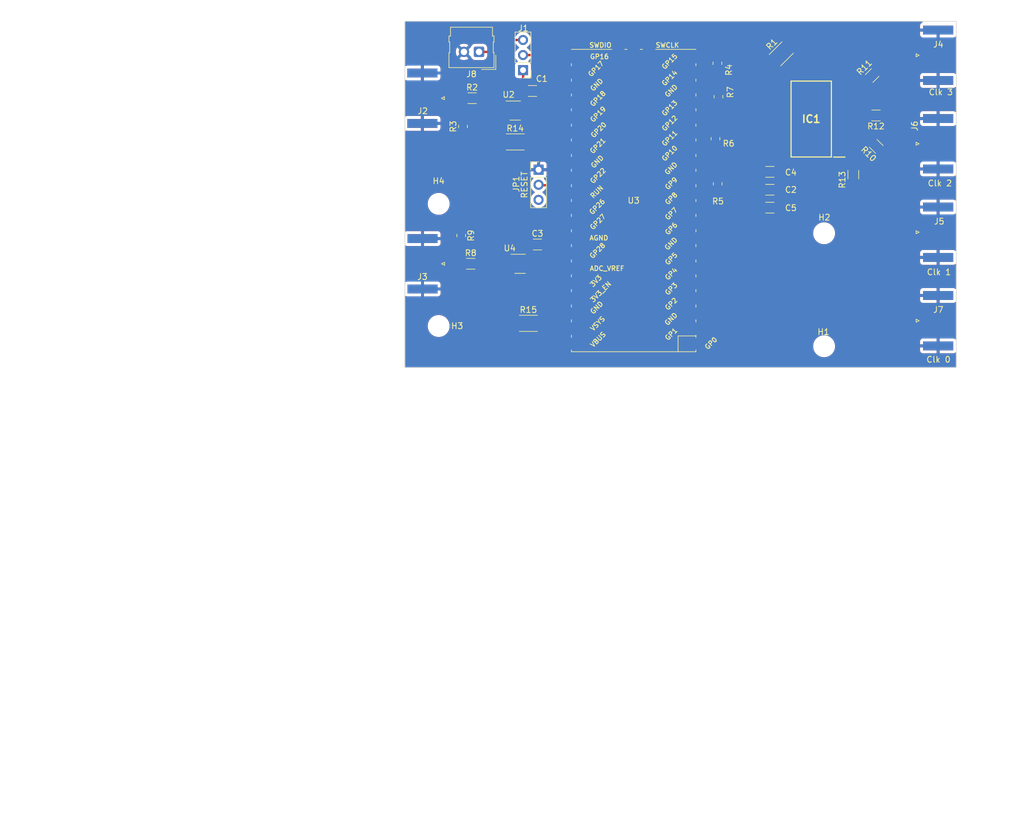
<source format=kicad_pcb>
(kicad_pcb (version 20221018) (generator pcbnew)
  (layers (0 "F.Cu" signal) (31 "B.Cu" signal) (34 "B.Paste" user) (35 "F.Paste" user) (36 "B.SilkS" user "B.Silkscreen") (37 "F.SilkS" user "F.Silkscreen") (38 "B.Mask" user) (39 "F.Mask" user) (44 "Edge.Cuts" user))
  (net 0 "")
  (net 1 "3_3V_Pico")
  (net 2 "GND")
  (net 3 "Net-(IC1-B0)")
  (net 4 "Net-(IC1-B2)")
  (net 5 "Net-(IC1-B4)")
  (net 6 "Net-(IC1-B6)")
  (net 7 "Net-(IC1-A6)")
  (net 8 "Net-(IC1-A4)")
  (net 9 "Net-(IC1-A2)")
  (net 10 "Net-(IC1-A0)")
  (net 11 "Net-(J2-In)")
  (net 12 "Net-(J3-In)")
  (net 13 "PC3")
  (net 14 "PC1")
  (net 15 "PC2")
  (net 16 "PC0")
  (net 18 "Net-(R2-Pad2)")
  (net 19 "Net-(R8-Pad2)")
  (net 21 "Net-(U3-GPIO20)")
  (net 46 "Net-(U3-GPIO0)")
  (net 49 "Net-(JP1-C)")
  (net 51 "Power Supply")
  (net 52 "EXT. PWR")
  (footprint "Connector_Coaxial:SMA_Amphenol_132289_EdgeMount" (layer "F.Cu") (at 176.9752 107.6444)
    (fp_text reference "J7" (at 0.0388 -1.8472 180) (layer "F.SilkS"))
    (fp_text value "Pseudoclock 0")
    (pad "1" smd rect (at 0 0 90) (size 1.5 5.08) (layers "F.Cu" "F.Paste" "F.Mask") (net 16 "PC0"))
    (pad "2" smd rect (at 0 -4.25 90) (size 1.5 5.08) (layers "F.Cu" "F.Paste" "F.Mask") (net 2 "GND"))
    (pad "2" smd rect (at 0 -4.25 90) (size 1.5 5.08) (layers "B.Cu" "B.Paste" "B.Mask") (net 2 "GND"))
    (pad "2" smd rect (at 0 4.25 90) (size 1.5 5.08) (layers "F.Cu" "F.Paste" "F.Mask") (net 2 "GND"))
    (pad "2" smd rect (at 0 4.25 90) (size 1.5 5.08) (layers "B.Cu" "B.Paste" "B.Mask") (net 2 "GND"))
  )
  (footprint "Resistor_SMD:R_0805_2012Metric_Pad1.20x1.40mm_HandSolder" (layer "F.Cu") (at 96.5468 93.2888 -90)
    (fp_text reference "R9" (at 0 -1.65 90) (layer "F.SilkS"))
    (fp_text value "47k")
    (pad "1" smd roundrect (at -1 0 270) (size 1.2 1.4) (layers "F.Cu" "F.Paste" "F.Mask") (roundrect_rratio 0.2083333333) (net 2 "GND"))
    (pad "2" smd roundrect (at 1 0 270) (size 1.2 1.4) (layers "F.Cu" "F.Paste" "F.Mask") (roundrect_rratio 0.2083333333) (net 12 "Net-(J3-In)"))
  )
  (footprint "Resistor_SMD:R_2010_5025Metric_Pad1.40x2.65mm_HandSolder" (layer "F.Cu") (at 107.876 108.0892)
    (fp_text reference "R15" (at 0 -2.28) (layer "F.SilkS"))
    (fp_text value "0")
    (pad "1" smd roundrect (at -2.4 0) (size 1.4 2.65) (layers "F.Cu" "F.Paste" "F.Mask") (roundrect_rratio 0.1785707143) (net 2 "GND"))
    (pad "2" smd roundrect (at 2.4 0) (size 1.4 2.65) (layers "F.Cu" "F.Paste" "F.Mask") (roundrect_rratio 0.1785707143) (net 2 "GND"))
  )
  (footprint "Capacitor_SMD:C_1206_3216Metric_Pad1.33x1.80mm_HandSolder" (layer "F.Cu") (at 148.6017 82.5434)
    (fp_text reference "C4" (at 3.5423 0.0938) (layer "F.SilkS"))
    (fp_text value "100n")
    (pad "1" smd roundrect (at -1.5625 0) (size 1.325 1.8) (layers "F.Cu" "F.Paste" "F.Mask") (roundrect_rratio 0.1886792453) (net 2 "GND"))
    (pad "2" smd roundrect (at 1.5625 0) (size 1.325 1.8) (layers "F.Cu" "F.Paste" "F.Mask") (roundrect_rratio 0.1886792453) (net 51 "Power Supply"))
  )
  (footprint "Capacitor_SMD:C_1206_3216Metric_Pad1.33x1.80mm_HandSolder" (layer "F.Cu") (at 148.6017 88.5834)
    (fp_text reference "C5" (at 3.5423 0.0478) (layer "F.SilkS"))
    (fp_text value "10uF")
    (pad "1" smd roundrect (at -1.5625 0) (size 1.325 1.8) (layers "F.Cu" "F.Paste" "F.Mask") (roundrect_rratio 0.1886792453) (net 2 "GND"))
    (pad "2" smd roundrect (at 1.5625 0) (size 1.325 1.8) (layers "F.Cu" "F.Paste" "F.Mask") (roundrect_rratio 0.1886792453) (net 51 "Power Supply"))
  )
  (footprint "Package_TO_SOT_SMD:SOT-23-5_HandSoldering" (layer "F.Cu") (at 106.4768 98.0488)
    (fp_text reference "U4" (at -1.75 -2.63) (layer "F.SilkS"))
    (fp_text value "74LVC1G17")
    (pad "1" smd rect (at -1.35 -0.95) (size 1.56 0.65) (layers "F.Cu" "F.Paste" "F.Mask"))
    (pad "2" smd rect (at -1.35 0) (size 1.56 0.65) (layers "F.Cu" "F.Paste" "F.Mask") (net 19 "Net-(R8-Pad2)"))
    (pad "3" smd rect (at -1.35 0.95) (size 1.56 0.65) (layers "F.Cu" "F.Paste" "F.Mask") (net 2 "GND"))
    (pad "4" smd rect (at 1.35 0.95) (size 1.56 0.65) (layers "F.Cu" "F.Paste" "F.Mask") (net 46 "Net-(U3-GPIO0)"))
    (pad "5" smd rect (at 1.35 -0.95) (size 1.56 0.65) (layers "F.Cu" "F.Paste" "F.Mask") (net 1 "3_3V_Pico"))
  )
  (footprint "Resistor_SMD:R_1206_3216Metric_Pad1.30x1.75mm_HandSolder" (layer "F.Cu") (at 165.842 66.2962 -135)
    (fp_text reference "R11" (at -0.035 1.895 45) (layer "F.SilkS"))
    (fp_text value "49.9")
    (pad "1" smd roundrect (at -1.55 0 225) (size 1.3 1.75) (layers "F.Cu" "F.Paste" "F.Mask") (roundrect_rratio 0.1923076923) (net 13 "PC3"))
    (pad "2" smd roundrect (at 1.55 0 225) (size 1.3 1.75) (layers "F.Cu" "F.Paste" "F.Mask") (roundrect_rratio 0.1923076923) (net 7 "Net-(IC1-A6)"))
  )
  (footprint "Connector_Coaxial:SMA_Amphenol_132289_EdgeMount" (layer "F.Cu") (at 90.02 98.0468 180)
    (fp_text reference "J3" (at 0.014 -2.1884 180) (layer "F.SilkS"))
    (fp_text value "Ext. Trig.")
    (pad "1" smd rect (at 0 0 270) (size 1.5 5.08) (layers "F.Cu" "F.Paste" "F.Mask") (net 12 "Net-(J3-In)"))
    (pad "2" smd rect (at 0 -4.25 270) (size 1.5 5.08) (layers "F.Cu" "F.Paste" "F.Mask") (net 2 "GND"))
    (pad "2" smd rect (at 0 -4.25 270) (size 1.5 5.08) (layers "B.Cu" "B.Paste" "B.Mask") (net 2 "GND"))
    (pad "2" smd rect (at 0 4.25 270) (size 1.5 5.08) (layers "F.Cu" "F.Paste" "F.Mask") (net 2 "GND"))
    (pad "2" smd rect (at 0 4.25 270) (size 1.5 5.08) (layers "B.Cu" "B.Paste" "B.Mask") (net 2 "GND"))
  )
  (footprint "MountingHole:MountingHole_3.2mm_M3_ISO7380" (layer "F.Cu") (at 92.742 87.9412)
    (fp_text reference "H4" (at 0 -3.85) (layer "F.SilkS"))
    (fp_text value "MountingHole")
    (pad "" np_thru_hole circle (at 0 0) (size 3.2 3.2) (drill 3.2) (layers "*.Cu" "*.Mask"))
  )
  (footprint "Resistor_SMD:R_1206_3216Metric_Pad1.30x1.75mm_HandSolder" (layer "F.Cu") (at 98.15055 98.0468)
    (fp_text reference "R8" (at 0 -1.82) (layer "F.SilkS"))
    (fp_text value "500")
    (pad "1" smd roundrect (at -1.55 0) (size 1.3 1.75) (layers "F.Cu" "F.Paste" "F.Mask") (roundrect_rratio 0.1923076923) (net 12 "Net-(J3-In)"))
    (pad "2" smd roundrect (at 1.55 0) (size 1.3 1.75) (layers "F.Cu" "F.Paste" "F.Mask") (roundrect_rratio 0.1923076923) (net 19 "Net-(R8-Pad2)"))
  )
  (footprint "Resistor_SMD:R_2010_5025Metric_Pad1.40x2.65mm_HandSolder" (layer "F.Cu") (at 150.5312 62.6354 45)
    (fp_text reference "R1" (at 0 -2.28 45) (layer "F.SilkS"))
    (fp_text value "0")
    (pad "1" smd roundrect (at -2.4 0 45) (size 1.4 2.65) (layers "F.Cu" "F.Paste" "F.Mask") (roundrect_rratio 0.1785707143) (net 2 "GND"))
    (pad "2" smd roundrect (at 2.4 0 45) (size 1.4 2.65) (layers "F.Cu" "F.Paste" "F.Mask") (roundrect_rratio 0.1785707143) (net 2 "GND"))
  )
  (footprint "Resistor_SMD:R_0805_2012Metric_Pad1.20x1.40mm_HandSolder" (layer "F.Cu") (at 139.752 64.2362 -90)
    (fp_text reference "R4" (at 1.11 -1.93 90) (layer "F.SilkS"))
    (fp_text value "10k")
    (pad "1" smd roundrect (at -1 0 270) (size 1.2 1.4) (layers "F.Cu" "F.Paste" "F.Mask") (roundrect_rratio 0.2083333333) (net 6 "Net-(IC1-B6)"))
    (pad "2" smd roundrect (at 1 0 270) (size 1.2 1.4) (layers "F.Cu" "F.Paste" "F.Mask") (roundrect_rratio 0.2083333333) (net 2 "GND"))
  )
  (footprint "Capacitor_SMD:C_1206_3216Metric_Pad1.33x1.80mm_HandSolder" (layer "F.Cu") (at 148.6017 85.5634)
    (fp_text reference "C2" (at 3.5423 0.0008) (layer "F.SilkS"))
    (fp_text value ".1uF")
    (pad "1" smd roundrect (at -1.5625 0) (size 1.325 1.8) (layers "F.Cu" "F.Paste" "F.Mask") (roundrect_rratio 0.1886792453) (net 2 "GND"))
    (pad "2" smd roundrect (at 1.5625 0) (size 1.325 1.8) (layers "F.Cu" "F.Paste" "F.Mask") (roundrect_rratio 0.1886792453) (net 51 "Power Supply"))
  )
  (footprint "Resistor_SMD:R_0805_2012Metric_Pad1.20x1.40mm_HandSolder" (layer "F.Cu") (at 139.422 76.9562 90)
    (fp_text reference "R6" (at -0.808 2.224 180) (layer "F.SilkS"))
    (fp_text value "10k")
    (pad "1" smd roundrect (at -1 0 90) (size 1.2 1.4) (layers "F.Cu" "F.Paste" "F.Mask") (roundrect_rratio 0.2083333333) (net 2 "GND"))
    (pad "2" smd roundrect (at 1 0 90) (size 1.2 1.4) (layers "F.Cu" "F.Paste" "F.Mask") (roundrect_rratio 0.2083333333) (net 4 "Net-(IC1-B2)"))
  )
  (footprint "Connector_Coaxial:SMA_Amphenol_132289_EdgeMount" (layer "F.Cu") (at 176.9752 77.8044)
    (fp_text reference "J6" (at -3.96 -3 90) (layer "F.SilkS"))
    (fp_text value "Pseudoclock 2")
    (pad "1" smd rect (at 0 0 90) (size 1.5 5.08) (layers "F.Cu" "F.Paste" "F.Mask") (net 15 "PC2"))
    (pad "2" smd rect (at 0 -4.25 90) (size 1.5 5.08) (layers "F.Cu" "F.Paste" "F.Mask") (net 2 "GND"))
    (pad "2" smd rect (at 0 -4.25 90) (size 1.5 5.08) (layers "B.Cu" "B.Paste" "B.Mask") (net 2 "GND"))
    (pad "2" smd rect (at 0 4.25 90) (size 1.5 5.08) (layers "F.Cu" "F.Paste" "F.Mask") (net 2 "GND"))
    (pad "2" smd rect (at 0 4.25 90) (size 1.5 5.08) (layers "B.Cu" "B.Paste" "B.Mask") (net 2 "GND"))
  )
  (footprint "Resistor_SMD:R_1206_3216Metric_Pad1.30x1.75mm_HandSolder" (layer "F.Cu") (at 166.492 73.0362 180)
    (fp_text reference "R12" (at 0 -1.82) (layer "F.SilkS"))
    (fp_text value "49.9")
    (pad "1" smd roundrect (at -1.55 0 180) (size 1.3 1.75) (layers "F.Cu" "F.Paste" "F.Mask") (roundrect_rratio 0.1923076923) (net 15 "PC2"))
    (pad "2" smd roundrect (at 1.55 0 180) (size 1.3 1.75) (layers "F.Cu" "F.Paste" "F.Mask") (roundrect_rratio 0.1923076923) (net 8 "Net-(IC1-A4)"))
  )
  (footprint "Connector_Coaxial:SMA_Amphenol_132289_EdgeMount" (layer "F.Cu") (at 176.9752 62.8844)
    (fp_text reference "J4" (at 0.0308 -1.8282 180) (layer "F.SilkS"))
    (fp_text value "Pseudoclock 3")
    (pad "1" smd rect (at 0 0 90) (size 1.5 5.08) (layers "F.Cu" "F.Paste" "F.Mask") (net 13 "PC3"))
    (pad "2" smd rect (at 0 -4.25 90) (size 1.5 5.08) (layers "F.Cu" "F.Paste" "F.Mask") (net 2 "GND"))
    (pad "2" smd rect (at 0 -4.25 90) (size 1.5 5.08) (layers "B.Cu" "B.Paste" "B.Mask") (net 2 "GND"))
    (pad "2" smd rect (at 0 4.25 90) (size 1.5 5.08) (layers "F.Cu" "F.Paste" "F.Mask") (net 2 "GND"))
    (pad "2" smd rect (at 0 4.25 90) (size 1.5 5.08) (layers "B.Cu" "B.Paste" "B.Mask") (net 2 "GND"))
  )
  (footprint "Capacitor_SMD:C_1206_3216Metric_Pad1.33x1.80mm_HandSolder" (layer "F.Cu") (at 109.4022 94.7994)
    (fp_text reference "C3" (at 0 -1.85) (layer "F.SilkS"))
    (fp_text value "100n")
    (pad "1" smd roundrect (at -1.5625 0) (size 1.325 1.8) (layers "F.Cu" "F.Paste" "F.Mask") (roundrect_rratio 0.1886792453) (net 1 "3_3V_Pico"))
    (pad "2" smd roundrect (at 1.5625 0) (size 1.325 1.8) (layers "F.Cu" "F.Paste" "F.Mask") (roundrect_rratio 0.1886792453) (net 2 "GND"))
  )
  (footprint "Connector_PinHeader_2.54mm:PinHeader_1x03_P2.54mm_Vertical" (layer "F.Cu") (at 106.9702 65.3854 180)
    (fp_text reference "J1" (at -0.0458 7.0642) (layer "F.SilkS"))
    (fp_text value "PWR SEL")
    (pad "1" thru_hole rect (at 0 0 180) (size 1.7 1.7) (drill 1) (layers "*.Cu" "*.Mask") (net 1 "3_3V_Pico"))
    (pad "2" thru_hole oval (at 0 2.54 180) (size 1.7 1.7) (drill 1) (layers "*.Cu" "*.Mask") (net 51 "Power Supply"))
    (pad "3" thru_hole oval (at 0 5.08 180) (size 1.7 1.7) (drill 1) (layers "*.Cu" "*.Mask") (net 52 "EXT. PWR"))
  )
  (footprint "MountingHole:MountingHole_3.2mm_M3_ISO7380" (layer "F.Cu") (at 157.742 111.9522)
    (fp_text reference "H1" (at -0.104 -2.415) (layer "F.SilkS"))
    (fp_text value "MountingHole")
    (pad "" np_thru_hole circle (at 0 0) (size 3.2 3.2) (drill 3.2) (layers "*.Cu" "*.Mask"))
  )
  (footprint "Connector_Coaxial:SMA_Amphenol_132289_EdgeMount" (layer "F.Cu") (at 89.9993 70.1228 180)
    (fp_text reference "J2" (at -0.0547 -2.1624 180) (layer "F.SilkS"))
    (fp_text value "Ext. Clock")
    (pad "1" smd rect (at 0 0 270) (size 1.5 5.08) (layers "F.Cu" "F.Paste" "F.Mask") (net 11 "Net-(J2-In)"))
    (pad "2" smd rect (at 0 -4.25 270) (size 1.5 5.08) (layers "F.Cu" "F.Paste" "F.Mask") (net 2 "GND"))
    (pad "2" smd rect (at 0 -4.25 270) (size 1.5 5.08) (layers "B.Cu" "B.Paste" "B.Mask") (net 2 "GND"))
    (pad "2" smd rect (at 0 4.25 270) (size 1.5 5.08) (layers "F.Cu" "F.Paste" "F.Mask") (net 2 "GND"))
    (pad "2" smd rect (at 0 4.25 270) (size 1.5 5.08) (layers "B.Cu" "B.Paste" "B.Mask") (net 2 "GND"))
  )
  (footprint "Resistor_SMD:R_0805_2012Metric_Pad1.20x1.40mm_HandSolder" (layer "F.Cu") (at 139.802 84.5662 90)
    (fp_text reference "R5" (at -2.9448 0.051 180) (layer "F.SilkS"))
    (fp_text value "10k")
    (pad "1" smd roundrect (at -1 0 90) (size 1.2 1.4) (layers "F.Cu" "F.Paste" "F.Mask") (roundrect_rratio 0.2083333333) (net 2 "GND"))
    (pad "2" smd roundrect (at 1 0 90) (size 1.2 1.4) (layers "F.Cu" "F.Paste" "F.Mask") (roundrect_rratio 0.2083333333) (net 3 "Net-(IC1-B0)"))
  )
  (footprint "MountingHole:MountingHole_3.2mm_M3_ISO7380" (layer "F.Cu") (at 157.742 92.9022)
    (fp_text reference "H2" (at 0.042 -2.669) (layer "F.SilkS"))
    (fp_text value "MountingHole")
    (pad "" np_thru_hole circle (at 0 0) (size 3.2 3.2) (drill 3.2) (layers "*.Cu" "*.Mask"))
  )
  (footprint "Resistor_SMD:R_0805_2012Metric_Pad1.20x1.40mm_HandSolder" (layer "F.Cu") (at 139.932 69.8662 90)
    (fp_text reference "R7" (at 0.7522 1.998 90) (layer "F.SilkS"))
    (fp_text value "10k")
    (pad "1" smd roundrect (at -1 0 90) (size 1.2 1.4) (layers "F.Cu" "F.Paste" "F.Mask") (roundrect_rratio 0.2083333333) (net 5 "Net-(IC1-B4)"))
    (pad "2" smd roundrect (at 1 0 90) (size 1.2 1.4) (layers "F.Cu" "F.Paste" "F.Mask") (roundrect_rratio 0.2083333333) (net 2 "GND"))
  )
  (footprint "Package_TO_SOT_SMD:SOT-23-5_HandSoldering" (layer "F.Cu") (at 105.6562 72.2104)
    (fp_text reference "U2" (at -1.1176 -2.6924) (layer "F.SilkS"))
    (fp_text value "74LVC1G34")
    (pad "1" smd rect (at -1.35 -0.95) (size 1.56 0.65) (layers "F.Cu" "F.Paste" "F.Mask"))
    (pad "2" smd rect (at -1.35 0) (size 1.56 0.65) (layers "F.Cu" "F.Paste" "F.Mask") (net 18 "Net-(R2-Pad2)"))
    (pad "3" smd rect (at -1.35 0.95) (size 1.56 0.65) (layers "F.Cu" "F.Paste" "F.Mask") (net 2 "GND"))
    (pad "4" smd rect (at 1.35 0.95) (size 1.56 0.65) (layers "F.Cu" "F.Paste" "F.Mask") (net 21 "Net-(U3-GPIO20)"))
    (pad "5" smd rect (at 1.35 -0.95) (size 1.56 0.65) (layers "F.Cu" "F.Paste" "F.Mask") (net 1 "3_3V_Pico"))
  )
  (footprint "Resistor_SMD:R_1206_3216Metric_Pad1.30x1.75mm_HandSolder" (layer "F.Cu") (at 162.672 83.0162 90)
    (fp_text reference "R13" (at -0.87 -1.86 90) (layer "F.SilkS"))
    (fp_text value "49.9")
    (pad "1" smd roundrect (at -1.55 0 90) (size 1.3 1.75) (layers "F.Cu" "F.Paste" "F.Mask") (roundrect_rratio 0.1923076923) (net 16 "PC0"))
    (pad "2" smd roundrect (at 1.55 0 90) (size 1.3 1.75) (layers "F.Cu" "F.Paste" "F.Mask") (roundrect_rratio 0.1923076923) (net 10 "Net-(IC1-A0)"))
  )
  (footprint "MCU_RaspberryPi_and_Boards:RPi_Pico_SMD" (layer "F.Cu") (at 125.6246 87.3808 180)
    (fp_text reference "U3" (at 0 0) (layer "F.SilkS"))
    (fp_text value "Pico")
    (fp_text user "VBUS" (at 5.998878 -23.4492 45) (layer "F.SilkS") (effects (font (size 0.8 0.8))))
    (fp_text user "ADC_VREF" (at 4.4856 -11.4532 180) (layer "F.SilkS") (effects (font (size 0.8 0.8))))
    (fp_text user "GND" (at 6.1316 6.5478 45) (layer "F.SilkS") (effects (font (size 0.8 0.8))))
    (fp_text user "GP20" (at 5.9076 11.9048 45) (layer "F.SilkS") (effects (font (size 0.8 0.8))))
    (fp_text user "GP14" (at -6.0704 20.652 45) (layer "F.SilkS") (effects (font (size 0.8 0.8))))
    (fp_text user "GP16" (at 5.7676 24.2658 180) (layer "F.SilkS") (effects (font (size 0.8 0.8))))
    (fp_text user "GP26" (at 6.1506 -1.0462 45) (layer "F.SilkS") (effects (font (size 0.8 0.8))))
    (fp_text user "AGND" (at 5.8676 -6.3094 180) (layer "F.SilkS") (effects (font (size 0.8 0.8))))
    (fp_text user "GP11" (at -6.0704 10.492 45) (layer "F.SilkS") (effects (font (size 0.8 0.8))))
    (fp_text user "VSYS" (at 6.066222 -20.7642 45) (layer "F.SilkS") (effects (font (size 0.8 0.8))))
    (fp_text user "GND" (at 6.227846 19.5108 45) (layer "F.SilkS") (effects (font (size 0.8 0.8))))
    (fp_text user "GP12" (at -6.0704 13.032 45) (layer "F.SilkS") (effects (font (size 0.8 0.8))))
    (fp_text user "GP28" (at 6.0986 -8.4612 45) (layer "F.SilkS") (effects (font (size 0.8 0.8))))
    (fp_text user "3V3" (at 6.3546 -13.5732 45) (layer "F.SilkS") (effects (font (size 0.8 0.8))))
    (fp_text user "GP3" (at -6.339774 -14.908 45) (layer "F.SilkS") (effects (font (size 0.8 0.8))))
    (fp_text user "GP13" (at -6.0704 15.572 45) (layer "F.SilkS") (effects (font (size 0.8 0.8))))
    (fp_text user "GND" (at 6.227846 -18.0792 45) (layer "F.SilkS") (effects (font (size 0.8 0.8))))
    (fp_text user "GND" (at -6.312837 -7.288 45) (layer "F.SilkS") (effects (font (size 0.8 0.8))))
    (fp_text user "GP22" (at 6.0076 4.1828 45) (layer "F.SilkS") (effects (font (size 0.8 0.8))))
    (fp_text user "RUN" (at 6.2026 1.4638 45) (layer "F.SilkS") (effects (font (size 0.8 0.8))))
    (fp_text user "3V3_EN" (at 5.540942 -15.3942 45) (layer "F.SilkS") (effects (font (size 0.8 0.8))))
    (fp_text user "GP17" (at 6.3486 22.1978 45) (layer "F.SilkS") (effects (font (size 0.8 0.8))))
    (fp_text user "GP1" (at -6.339774 -22.538 45) (layer "F.SilkS") (effects (font (size 0.8 0.8))))
    (fp_text user "GP6" (at -6.339774 -4.748 45) (layer "F.SilkS") (effects (font (size 0.8 0.8))))
    (fp_text user "GP21" (at 6.0496 9.2318 45) (layer "F.SilkS") (effects (font (size 0.8 0.8))))
    (fp_text user "GND" (at -6.339725 18.4968 225) (layer "F.SilkS") (effects (font (size 0.8 0.8))))
    (fp_text user "GP19" (at 5.9996 14.5308 45) (layer "F.SilkS") (effects (font (size 0.8 0.8))))
    (fp_text user "GP0" (at -13.0554 -24.0792 45) (layer "F.SilkS") (effects (font (size 0.8 0.8))))
    (fp_text user "GND" (at -6.312837 5.412 45) (layer "F.SilkS") (effects (font (size 0.8 0.8))))
    (fp_text user "GP9" (at -6.339774 2.872 45) (layer "F.SilkS") (effects (font (size 0.8 0.8))))
    (fp_text user "SWCLK" (at -5.7 26.2) (layer "F.SilkS") (effects (font (size 0.8 0.8))))
    (fp_text user "GP4" (at -6.339774 -12.368 45) (layer "F.SilkS") (effects (font (size 0.8 0.8))))
    (fp_text user "GP7" (at -6.339774 -2.238 45) (layer "F.SilkS") (effects (font (size 0.8 0.8))))
    (fp_text user "GP8" (at -6.339774 0.332 45) (layer "F.SilkS") (effects (font (size 0.8 0.8))))
    (fp_text user "GP27" (at 6.0456 -3.6072 45) (layer "F.SilkS") (effects (font (size 0.8 0.8))))
    (fp_text user "SWDIO" (at 5.6 26.2) (layer "F.SilkS") (effects (font (size 0.8 0.8))))
    (fp_text user "GP2" (at -6.339774 -17.448 45) (layer "F.SilkS") (effects (font (size 0.8 0.8))))
    (fp_text user "GP10" (at -6.0704 7.952 45) (layer "F.SilkS") (effects (font (size 0.8 0.8))))
    (fp_text user "GP5" (at -6.339774 -9.828 45) (layer "F.SilkS") (effects (font (size 0.8 0.8))))
    (fp_text user "GP18" (at 6.0236 17.1788 45) (layer "F.SilkS") (effects (font (size 0.8 0.8))))
    (fp_text user "GND" (at -6.312837 -19.988 45) (layer "F.SilkS") (effects (font (size 0.8 0.8))))
    (fp_text user "GP15" (at -6.0704 23.4378 45) (layer "F.SilkS") (effects (font (size 0.8 0.8))))
    (pad "1" smd rect (at -8.89 -24.13 180) (size 3.5 1.7) (drill (offset -0.9 0)) (layers "F.Cu" "F.Mask") (net 46 "Net-(U3-GPIO0)"))
    (pad "2" smd rect (at -8.89 -21.59 180) (size 3.5 1.7) (drill (offset -0.9 0)) (layers "F.Cu" "F.Mask"))
    (pad "3" smd rect (at -8.89 -19.05 180) (size 3.5 1.7) (drill (offset -0.9 0)) (layers "F.Cu" "F.Mask") (net 2 "GND"))
    (pad "4" smd rect (at -8.89 -16.51 180) (size 3.5 1.7) (drill (offset -0.9 0)) (layers "F.Cu" "F.Mask"))
    (pad "5" smd rect (at -8.89 -13.97 180) (size 3.5 1.7) (drill (offset -0.9 0)) (layers "F.Cu" "F.Mask"))
    (pad "6" smd rect (at -8.89 -11.43 180) (size 3.5 1.7) (drill (offset -0.9 0)) (layers "F.Cu" "F.Mask"))
    (pad "7" smd rect (at -8.89 -8.89 180) (size 3.5 1.7) (drill (offset -0.9 0)) (layers "F.Cu" "F.Mask"))
    (pad "8" smd rect (at -8.89 -6.35 180) (size 3.5 1.7) (drill (offset -0.9 0)) (layers "F.Cu" "F.Mask") (net 2 "GND"))
    (pad "9" smd rect (at -8.89 -3.81 180) (size 3.5 1.7) (drill (offset -0.9 0)) (layers "F.Cu" "F.Mask"))
    (pad "10" smd rect (at -8.89 -1.27 180) (size 3.5 1.7) (drill (offset -0.9 0)) (layers "F.Cu" "F.Mask"))
    (pad "11" smd rect (at -8.89 1.27 180) (size 3.5 1.7) (drill (offset -0.9 0)) (layers "F.Cu" "F.Mask"))
    (pad "12" smd rect (at -8.89 3.81 180) (size 3.5 1.7) (drill (offset -0.9 0)) (layers "F.Cu" "F.Mask") (net 3 "Net-(IC1-B0)"))
    (pad "13" smd rect (at -8.89 6.35 180) (size 3.5 1.7) (drill (offset -0.9 0)) (layers "F.Cu" "F.Mask") (net 2 "GND"))
    (pad "14" smd rect (at -8.89 8.89 180) (size 3.5 1.7) (drill (offset -0.9 0)) (layers "F.Cu" "F.Mask"))
    (pad "15" smd rect (at -8.89 11.43 180) (size 3.5 1.7) (drill (offset -0.9 0)) (layers "F.Cu" "F.Mask") (net 4 "Net-(IC1-B2)"))
    (pad "16" smd rect (at -8.89 13.97 180) (size 3.5 1.7) (drill (offset -0.9 0)) (layers "F.Cu" "F.Mask"))
    (pad "17" smd rect (at -8.89 16.51 180) (size 3.5 1.7) (drill (offset -0.9 0)) (layers "F.Cu" "F.Mask") (net 5 "Net-(IC1-B4)"))
    (pad "18" smd rect (at -8.89 19.05 180) (size 3.5 1.7) (drill (offset -0.9 0)) (layers "F.Cu" "F.Mask") (net 2 "GND"))
    (pad "19" smd rect (at -8.89 21.59 180) (size 3.5 1.7) (drill (offset -0.9 0)) (layers "F.Cu" "F.Mask"))
    (pad "20" smd rect (at -8.89 24.13 180) (size 3.5 1.7) (drill (offset -0.9 0)) (layers "F.Cu" "F.Mask") (net 6 "Net-(IC1-B6)"))
    (pad "21" smd rect (at 8.89 24.13 180) (size 3.5 1.7) (drill (offset 0.9 0)) (layers "F.Cu" "F.Mask"))
    (pad "22" smd rect (at 8.89 21.59 180) (size 3.5 1.7) (drill (offset 0.9 0)) (layers "F.Cu" "F.Mask"))
    (pad "23" smd rect (at 8.89 19.05 180) (size 3.5 1.7) (drill (offset 0.9 0)) (layers "F.Cu" "F.Mask") (net 2 "GND"))
    (pad "24" smd rect (at 8.89 16.51 180) (size 3.5 1.7) (drill (offset 0.9 0)) (layers "F.Cu" "F.Mask"))
    (pad "25" smd rect (at 8.89 13.97 180) (size 3.5 1.7) (drill (offset 0.9 0)) (layers "F.Cu" "F.Mask"))
    (pad "26" smd rect (at 8.89 11.43 180) (size 3.5 1.7) (drill (offset 0.9 0)) (layers "F.Cu" "F.Mask") (net 21 "Net-(U3-GPIO20)"))
    (pad "27" smd rect (at 8.89 8.89 180) (size 3.5 1.7) (drill (offset 0.9 0)) (layers "F.Cu" "F.Mask"))
    (pad "28" smd rect (at 8.89 6.35 180) (size 3.5 1.7) (drill (offset 0.9 0)) (layers "F.Cu" "F.Mask") (net 2 "GND"))
    (pad "29" smd rect (at 8.89 3.81 180) (size 3.5 1.7) (drill (offset 0.9 0)) (layers "F.Cu" "F.Mask"))
    (pad "30" smd rect (at 8.89 1.27 180) (size 3.5 1.7) (drill (offset 0.9 0)) (layers "F.Cu" "F.Mask") (net 49 "Net-(JP1-C)"))
    (pad "31" smd rect (at 8.89 -1.27 180) (size 3.5 1.7) (drill (offset 0.9 0)) (layers "F.Cu" "F.Mask"))
    (pad "32" smd rect (at 8.89 -3.81 180) (size 3.5 1.7) (drill (offset 0.9 0)) (layers "F.Cu" "F.Mask"))
    (pad "33" smd rect (at 8.89 -6.35 180) (size 3.5 1.7) (drill (offset 0.9 0)) (layers "F.Cu" "F.Mask") (net 2 "GND"))
    (pad "34" smd rect (at 8.89 -8.89 180) (size 3.5 1.7) (drill (offset 0.9 0)) (layers "F.Cu" "F.Mask"))
    (pad "35" smd rect (at 8.89 -11.43 180) (size 3.5 1.7) (drill (offset 0.9 0)) (layers "F.Cu" "F.Mask"))
    (pad "36" smd rect (at 8.89 -13.97 180) (size 3.5 1.7) (drill (offset 0.9 0)) (layers "F.Cu" "F.Mask") (net 1 "3_3V_Pico"))
    (pad "37" smd rect (at 8.89 -16.51 180) (size 3.5 1.7) (drill (offset 0.9 0)) (layers "F.Cu" "F.Mask"))
    (pad "38" smd rect (at 8.89 -19.05 180) (size 3.5 1.7) (drill (offset 0.9 0)) (layers "F.Cu" "F.Mask") (net 2 "GND"))
    (pad "39" smd rect (at 8.89 -21.59 180) (size 3.5 1.7) (drill (offset 0.9 0)) (layers "F.Cu" "F.Mask"))
    (pad "40" smd rect (at 8.89 -24.13 180) (size 3.5 1.7) (drill (offset 0.9 0)) (layers "F.Cu" "F.Mask"))
    (pad "41" smd rect (at -2.54 23.9 270) (size 3.5 1.7) (drill (offset -0.9 0)) (layers "F.Cu" "F.Mask"))
    (pad "42" smd rect (at 0 23.9 270) (size 3.5 1.7) (drill (offset -0.9 0)) (layers "F.Cu" "F.Mask") (net 2 "GND"))
    (pad "43" smd rect (at 2.54 23.9 270) (size 3.5 1.7) (drill (offset -0.9 0)) (layers "F.Cu" "F.Mask"))
  )
  (footprint "Resistor_SMD:R_1206_3216Metric_Pad1.30x1.75mm_HandSolder" (layer "F.Cu") (at 166.542 78.2462 135)
    (fp_text reference "R10" (at 0 -1.82 135) (layer "F.SilkS"))
    (fp_text value "49.9")
    (pad "1" smd roundrect (at -1.55 0 135) (size 1.3 1.75) (layers "F.Cu" "F.Paste" "F.Mask") (roundrect_rratio 0.1923076923) (net 14 "PC1"))
    (pad "2" smd roundrect (at 1.55 0 135) (size 1.3 1.75) (layers "F.Cu" "F.Paste" "F.Mask") (roundrect_rratio 0.1923076923) (net 9 "Net-(IC1-A2)"))
  )
  (footprint "Connector_Molex:Molex_SL_171971-0002_1x02_P2.54mm_Vertical" (layer "F.Cu") (at 99.5482 62.3094 180)
    (fp_text reference "J8" (at 1.27 -3.75) (layer "F.SilkS"))
    (fp_text value "EXT PWR")
    (pad "1" thru_hole roundrect (at 0 0 180) (size 1.74 1.74) (drill 1.09) (layers "*.Cu" "*.Mask") (roundrect_rratio 0.1436781609) (net 52 "EXT. PWR"))
    (pad "2" thru_hole circle (at 2.54 0 180) (size 1.74 1.74) (drill 1.09) (layers "*.Cu" "*.Mask") (net 2 "GND"))
  )
  (footprint "Connector_Coaxial:SMA_Amphenol_132289_EdgeMount" (layer "F.Cu") (at 176.9752 92.7244)
    (fp_text reference "J5" (at 0.1868 -1.8172 180) (layer "F.SilkS"))
    (fp_text value "Pseudoclock 1")
    (pad "1" smd rect (at 0 0 90) (size 1.5 5.08) (layers "F.Cu" "F.Paste" "F.Mask") (net 14 "PC1"))
    (pad "2" smd rect (at 0 -4.25 90) (size 1.5 5.08) (layers "F.Cu" "F.Paste" "F.Mask") (net 2 "GND"))
    (pad "2" smd rect (at 0 -4.25 90) (size 1.5 5.08) (layers "B.Cu" "B.Paste" "B.Mask") (net 2 "GND"))
    (pad "2" smd rect (at 0 4.25 90) (size 1.5 5.08) (layers "F.Cu" "F.Paste" "F.Mask") (net 2 "GND"))
    (pad "2" smd rect (at 0 4.25 90) (size 1.5 5.08) (layers "B.Cu" "B.Paste" "B.Mask") (net 2 "GND"))
  )
  (footprint "Resistor_SMD:R_1206_3216Metric_Pad1.30x1.75mm_HandSolder" (layer "F.Cu") (at 98.3868 70.1228)
    (fp_text reference "R2" (at 0 -1.82) (layer "F.SilkS"))
    (fp_text value "500")
    (pad "1" smd roundrect (at -1.55 0) (size 1.3 1.75) (layers "F.Cu" "F.Paste" "F.Mask") (roundrect_rratio 0.1923076923) (net 11 "Net-(J2-In)"))
    (pad "2" smd roundrect (at 1.55 0) (size 1.3 1.75) (layers "F.Cu" "F.Paste" "F.Mask") (roundrect_rratio 0.1923076923) (net 18 "Net-(R2-Pad2)"))
  )
  (footprint "MountingHole:MountingHole_3.2mm_M3_ISO7380" (layer "F.Cu") (at 92.742 108.5412)
    (fp_text reference "H3" (at 3.121 -0.009) (layer "F.SilkS"))
    (fp_text value "MountingHole")
    (pad "" np_thru_hole circle (at 0 0) (size 3.2 3.2) (drill 3.2) (layers "*.Cu" "*.Mask"))
  )
  (footprint "Resistor_SMD:R_0805_2012Metric_Pad1.20x1.40mm_HandSolder" (layer "F.Cu") (at 96.8468 74.8888 90)
    (fp_text reference "R3" (at 0 -1.65 90) (layer "F.SilkS"))
    (fp_text value "47k")
    (pad "1" smd roundrect (at -1 0 90) (size 1.2 1.4) (layers "F.Cu" "F.Paste" "F.Mask") (roundrect_rratio 0.2083333333) (net 2 "GND"))
    (pad "2" smd roundrect (at 1 0 90) (size 1.2 1.4) (layers "F.Cu" "F.Paste" "F.Mask") (roundrect_rratio 0.2083333333) (net 11 "Net-(J2-In)"))
  )
  (footprint "Capacitor_SMD:C_1206_3216Metric_Pad1.33x1.80mm_HandSolder" (layer "F.Cu") (at 108.5732 68.9004)
    (fp_text reference "C1" (at 1.5628 -2.0544) (layer "F.SilkS"))
    (fp_text value "100n")
    (pad "1" smd roundrect (at -1.5625 0) (size 1.325 1.8) (layers "F.Cu" "F.Paste" "F.Mask") (roundrect_rratio 0.1886792453) (net 1 "3_3V_Pico"))
    (pad "2" smd roundrect (at 1.5625 0) (size 1.325 1.8) (layers "F.Cu" "F.Paste" "F.Mask") (roundrect_rratio 0.1886792453) (net 2 "GND"))
  )
  (footprint "Resistor_SMD:R_2010_5025Metric_Pad1.40x2.65mm_HandSolder" (layer "F.Cu") (at 105.6522 77.4954)
    (fp_text reference "R14" (at 0 -2.28) (layer "F.SilkS"))
    (fp_text value "0")
    (pad "1" smd roundrect (at -2.4 0) (size 1.4 2.65) (layers "F.Cu" "F.Paste" "F.Mask") (roundrect_rratio 0.1785707143) (net 2 "GND"))
    (pad "2" smd roundrect (at 2.4 0) (size 1.4 2.65) (layers "F.Cu" "F.Paste" "F.Mask") (roundrect_rratio 0.1785707143) (net 2 "GND"))
  )
  (footprint "ICs:SOIC127P1032X265-20N" (layer "F.Cu") (at 155.572 73.6362 180)
    (fp_text reference "IC1" (at 0 0) (layer "F.SilkS") (effects (font (size 1.27 1.27) (thickness 0.254))))
    (fp_text value "74LVT245D,118" hide)
    (pad "1" smd rect (at -4.725 -5.715 270) (size 0.7 1.95) (layers "F.Cu" "F.Paste" "F.Mask") (net 2 "GND"))
    (pad "2" smd rect (at -4.725 -4.445 270) (size 0.7 1.95) (layers "F.Cu" "F.Paste" "F.Mask") (net 10 "Net-(IC1-A0)"))
    (pad "3" smd rect (at -4.725 -3.175 270) (size 0.7 1.95) (layers "F.Cu" "F.Paste" "F.Mask") (net 10 "Net-(IC1-A0)"))
    (pad "4" smd rect (at -4.725 -1.905 270) (size 0.7 1.95) (layers "F.Cu" "F.Paste" "F.Mask") (net 9 "Net-(IC1-A2)"))
    (pad "5" smd rect (at -4.725 -0.635 270) (size 0.7 1.95) (layers "F.Cu" "F.Paste" "F.Mask") (net 9 "Net-(IC1-A2)"))
    (pad "6" smd rect (at -4.725 0.635 270) (size 0.7 1.95) (layers "F.Cu" "F.Paste" "F.Mask") (net 8 "Net-(IC1-A4)"))
    (pad "7" smd rect (at -4.725 1.905 270) (size 0.7 1.95) (layers "F.Cu" "F.Paste" "F.Mask") (net 8 "Net-(IC1-A4)"))
    (pad "8" smd rect (at -4.725 3.175 270) (size 0.7 1.95) (layers "F.Cu" "F.Paste" "F.Mask") (net 7 "Net-(IC1-A6)"))
    (pad "9" smd rect (at -4.725 4.445 270) (size 0.7 1.95) (layers "F.Cu" "F.Paste" "F.Mask") (net 7 "Net-(IC1-A6)"))
    (pad "10" smd rect (at -4.725 5.715 270) (size 0.7 1.95) (layers "F.Cu" "F.Paste" "F.Mask") (net 2 "GND"))
    (pad "11" smd rect (at 4.725 5.715 270) (size 0.7 1.95) (layers "F.Cu" "F.Paste" "F.Mask") (net 6 "Net-(IC1-B6)"))
    (pad "12" smd rect (at 4.725 4.445 270) (size 0.7 1.95) (layers "F.Cu" "F.Paste" "F.Mask") (net 6 "Net-(IC1-B6)"))
    (pad "13" smd rect (at 4.725 3.175 270) (size 0.7 1.95) (layers "F.Cu" "F.Paste" "F.Mask") (net 5 "Net-(IC1-B4)"))
    (pad "14" smd rect (at 4.725 1.905 270) (size 0.7 1.95) (layers "F.Cu" "F.Paste" "F.Mask") (net 5 "Net-(IC1-B4)"))
    (pad "15" smd rect (at 4.725 0.635 270) (size 0.7 1.95) (layers "F.Cu" "F.Paste" "F.Mask") (net 4 "Net-(IC1-B2)"))
    (pad "16" smd rect (at 4.725 -0.635 270) (size 0.7 1.95) (layers "F.Cu" "F.Paste" "F.Mask") (net 4 "Net-(IC1-B2)"))
    (pad "17" smd rect (at 4.725 -1.905 270) (size 0.7 1.95) (layers "F.Cu" "F.Paste" "F.Mask") (net 3 "Net-(IC1-B0)"))
    (pad "18" smd rect (at 4.725 -3.175 270) (size 0.7 1.95) (layers "F.Cu" "F.Paste" "F.Mask") (net 3 "Net-(IC1-B0)"))
    (pad "19" smd rect (at 4.725 -4.445 270) (size 0.7 1.95) (layers "F.Cu" "F.Paste" "F.Mask") (net 2 "GND"))
    (pad "20" smd rect (at 4.725 -5.715 270) (size 0.7 1.95) (layers "F.Cu" "F.Paste" "F.Mask") (net 51 "Power Supply"))
  )
  (footprint "Connector_PinHeader_2.54mm:PinHeader_1x03_P2.54mm_Vertical" (layer "F.Cu") (at 109.5912 82.1834)
    (fp_text reference "JP1" (at -3.7592 2.413 90) (layer "F.SilkS"))
    (fp_text value "RESET" (at -2.3876 2.54 90) (layer "F.SilkS"))
    (pad "1" thru_hole rect (at 0 0) (size 1.7 1.7) (drill 1) (layers "*.Cu" "*.Mask") (net 2 "GND"))
    (pad "2" thru_hole oval (at 0 2.54) (size 1.7 1.7) (drill 1) (layers "*.Cu" "*.Mask") (net 49 "Net-(JP1-C)"))
    (pad "3" thru_hole oval (at 0 5.08) (size 1.7 1.7) (drill 1) (layers "*.Cu" "*.Mask"))
  )
  (gr_rect (start 87.042 57.1638) (end 180.042 115.5332) (stroke (width 0.1)) (fill none) (layer "Edge.Cuts"))
  (gr_text "Clk 3" (at 177.43 69.1042) (layer "F.SilkS") (effects (font (size 1 1))))
  (gr_text "Clk 0" (at 177.038 114.1942) (layer "F.SilkS") (effects (font (size 1 1))))
  (gr_text "Clk 1" (at 177.117 99.4512) (layer "F.SilkS") (effects (font (size 1 1))))
  (gr_text "Clk 2" (at 177.273 84.4732) (layer "F.SilkS") (effects (font (size 1 1))))
  (segment (start 106.9848 71.239) (end 106.9848 69.1424) (width 0.4) (layer "F.Cu") (net 1))
  (segment (start 106.1022 71.2604) (end 107.0062 71.2604) (width 0.4) (layer "F.Cu") (net 1))
  (segment (start 105.6262 91.1744) (end 105.6262 71.7364) (width 0.4) (layer "F.Cu") (net 1))
  (segment (start 106.9848 65.4) (end 106.9702 65.3854) (width 0.4) (layer "F.Cu") (net 1))
  (segment (start 106.9848 68.3834) (end 106.992 68.3762) (width 0.4) (layer "F.Cu") (net 1))
  (segment (start 105.6262 71.7364) (end 106.1022 71.2604) (width 0.4) (layer "F.Cu") (net 1))
  (segment (start 109.2822 97.0988) (end 107.8268 97.0988) (width 0.4) (layer "F.Cu") (net 1))
  (segment (start 116.7346 101.3508) (end 113.5342 101.3508) (width 0.4) (layer "F.Cu") (net 1))
  (segment (start 106.9848 67.5354) (end 106.9848 65.4) (width 0.4) (layer "F.Cu") (net 1))
  (segment (start 106.9848 69.1424) (end 106.9848 68.3834) (width 0.4) (layer "F.Cu") (net 1))
  (segment (start 107.8268 97.0988) (end 107.8268 93.375) (width 0.4) (layer "F.Cu") (net 1))
  (segment (start 113.5342 101.3508) (end 109.2822 97.0988) (width 0.4) (layer "F.Cu") (net 1))
  (segment (start 106.9848 71.239) (end 106.9848 67.5354) (width 0.4) (layer "F.Cu") (net 1))
  (segment (start 107.8268 93.375) (end 105.6262 91.1744) (width 0.4) (layer "F.Cu") (net 1))
  (segment (start 107.0062 71.2604) (end 106.9848 71.239) (width 0.4) (layer "F.Cu") (net 1))
  (segment (start 134.5192 83.5662) (end 139.802 83.5662) (width 0.4) (layer "F.Cu") (net 3))
  (segment (start 150.847 76.8112) (end 147.677 76.8112) (width 0.4) (layer "F.Cu") (net 3))
  (segment (start 139.802 83.5662) (end 140.922 83.5662) (width 0.4) (layer "F.Cu") (net 3))
  (segment (start 150.847 76.8112) (end 150.847 75.5412) (width 0.4) (layer "F.Cu") (net 3))
  (segment (start 134.5146 83.5708) (end 134.5192 83.5662) (width 0.4) (layer "F.Cu") (net 3))
  (segment (start 147.677 76.8112) (end 147.282 77.2062) (width 0.4) (layer "F.Cu") (net 3))
  (segment (start 134.5146 83.5708) (end 134.5216 83.5638) (width 0.4) (layer "F.Cu") (net 3))
  (segment (start 147.282 77.2062) (end 140.922 83.5662) (width 0.4) (layer "F.Cu") (net 3))
  (segment (start 150.847 74.2712) (end 143.3894 74.2712) (width 0.4) (layer "F.Cu") (net 4))
  (segment (start 134.52 75.9562) (end 139.422 75.9562) (width 0.4) (layer "F.Cu") (net 4))
  (segment (start 150.847 74.2712) (end 150.847 73.0012) (width 0.4) (layer "F.Cu") (net 4))
  (segment (start 143.3894 74.2712) (end 141.7044 75.9562) (width 0.4) (layer "F.Cu") (net 4))
  (segment (start 141.7044 75.9562) (end 139.422 75.9562) (width 0.4) (layer "F.Cu") (net 4))
  (segment (start 134.5146 70.8708) (end 139.9274 70.8708) (width 0.4) (layer "F.Cu") (net 5))
  (segment (start 139.932 70.8662) (end 142.1514 70.8662) (width 0.4) (layer "F.Cu") (net 5))
  (segment (start 150.847 71.7312) (end 150.847 70.4612) (width 0.4) (layer "F.Cu") (net 5))
  (segment (start 142.5564 70.4612) (end 150.847 70.4612) (width 0.4) (layer "F.Cu") (net 5))
  (segment (start 142.1514 70.8662) (end 142.5564 70.4612) (width 0.4) (layer "F.Cu") (net 5))
  (segment (start 139.9274 70.8708) (end 139.932 70.8662) (width 0.4) (layer "F.Cu") (net 5))
  (segment (start 139.742 63.2462) (end 139.752 63.2362) (width 0.4) (layer "F.Cu") (net 6))
  (segment (start 150.847 67.9212) (end 147.717 67.9212) (width 0.4) (layer "F.Cu") (net 6))
  (segment (start 139.762 63.2462) (end 143.042 63.2462) (width 0.4) (layer "F.Cu") (net 6))
  (segment (start 134.5146 63.2508) (end 134.5192 63.2462) (width 0.4) (layer "F.Cu") (net 6))
  (segment (start 150.847 69.1912) (end 150.847 67.9212) (width 0.4) (layer "F.Cu") (net 6))
  (segment (start 147.342 67.5462) (end 143.042 63.2462) (width 0.4) (layer "F.Cu") (net 6))
  (segment (start 147.717 67.9212) (end 147.342 67.5462) (width 0.4) (layer "F.Cu") (net 6))
  (segment (start 134.5192 63.2462) (end 139.742 63.2462) (width 0.4) (layer "F.Cu") (net 6))
  (segment (start 139.752 63.2362) (end 139.762 63.2462) (width 0.4) (layer "F.Cu") (net 6))
  (segment (start 160.297 70.4612) (end 161.687 70.4612) (width 0.4) (layer "F.Cu") (net 7))
  (segment (start 161.742 70.3962) (end 163.677 68.4612) (width 0.4) (layer "F.Cu") (net 7))
  (segment (start 163.677 68.4612) (end 164.745984 67.392216) (width 0.4) (layer "F.Cu") (net 7))
  (segment (start 160.297 69.1912) (end 160.297 70.4612) (width 0.4) (layer "F.Cu") (net 7))
  (segment (start 161.687 70.4612) (end 161.742 70.4062) (width 0.4) (layer "F.Cu") (net 7))
  (segment (start 161.742 70.4062) (end 161.742 70.3962) (width 0.4) (layer "F.Cu") (net 7))
  (segment (start 163.092 73.0012) (end 164.907 73.0012) (width 0.4) (layer "F.Cu") (net 8))
  (segment (start 164.907 73.0012) (end 164.942 73.0362) (width 0.4) (layer "F.Cu") (net 8))
  (segment (start 160.297 71.7312) (end 160.297 73.0012) (width 0.4) (layer "F.Cu") (net 8))
  (segment (start 160.297 73.0012) (end 163.092 73.0012) (width 0.4) (layer "F.Cu") (net 8))
  (segment (start 160.297 74.2712) (end 160.297 75.5412) (width 0.4) (layer "F.Cu") (net 9))
  (segment (start 163.837 75.5412) (end 165.445984 77.150184) (width 0.4) (layer "F.Cu") (net 9))
  (segment (start 160.297 75.5412) (end 163.837 75.5412) (width 0.4) (layer "F.Cu") (net 9))
  (segment (start 161.487 78.0812) (end 162.672 79.2662) (width 0.4) (layer "F.Cu") (net 10))
  (segment (start 162.672 81.4662) (end 162.672 79.2662) (width 0.4) (layer "F.Cu") (net 10))
  (segment (start 160.297 76.8112) (end 160.297 78.0812) (width 0.4) (layer "F.Cu") (net 10))
  (segment (start 160.297 78.0812) (end 161.487 78.0812) (width 0.4) (layer "F.Cu") (net 10))
  (segment (start 96.8368 70.1228) (end 96.8368 73.8788) (width 0.4) (layer "F.Cu") (net 11))
  (segment (start 96.8368 70.1228) (end 89.9993 70.1228) (width 0.4) (layer "F.Cu") (net 11))
  (segment (start 96.8368 73.8788) (end 96.8468 73.8888) (width 0.4) (layer "F.Cu") (net 11))
  (segment (start 96.60055 98.0468) (end 90.02 98.0468) (width 0.4) (layer "F.Cu") (net 12))
  (segment (start 96.60055 98.0468) (end 96.60055 94.34255) (width 0.4) (layer "F.Cu") (net 12))
  (segment (start 96.60055 94.34255) (end 96.5468 94.2888) (width 0.4) (layer "F.Cu") (net 12))
  (segment (start 166.938016 65.200184) (end 169.252 62.8862) (width 0.93) (layer "F.Cu") (net 13))
  (segment (start 169.8944 62.8838) (end 176.9839 62.8838) (width 0.93) (layer "F.Cu") (net 13))
  (segment (start 169.892 62.8862) (end 169.8944 62.8838) (width 0.93) (layer "F.Cu") (net 13))
  (segment (start 169.252 62.8862) (end 169.892 62.8862) (width 0.93) (layer "F.Cu") (net 13))
  (segment (start 168.792 80.4962) (end 167.638016 79.342216) (width 0.93) (layer "F.Cu") (net 14))
  (segment (start 168.792 87.7762) (end 168.792 80.4962) (width 0.93) (layer "F.Cu") (net 14))
  (segment (start 176.9839 92.7238) (end 173.7396 92.7238) (width 0.93) (layer "F.Cu") (net 14))
  (segment (start 173.7396 92.7238) (end 168.792 87.7762) (width 0.93) (layer "F.Cu") (net 14))
  (segment (start 174.0996 77.8038) (end 169.332 73.0362) (width 0.93) (layer "F.Cu") (net 15))
  (segment (start 169.332 73.0362) (end 168.042 73.0362) (width 0.93) (layer "F.Cu") (net 15))
  (segment (start 176.9839 77.8038) (end 174.0996 77.8038) (width 0.93) (layer "F.Cu") (net 15))
  (segment (start 162.731 96.6062) (end 173.7692 107.6444) (width 0.93) (layer "F.Cu") (net 16))
  (segment (start 162.731 84.6252) (end 162.731 96.6062) (width 0.93) (layer "F.Cu") (net 16))
  (segment (start 173.7692 107.6444) (end 176.9752 107.6444) (width 0.93) (layer "F.Cu") (net 16))
  (segment (start 162.672 84.5662) (end 162.731 84.6252) (width 0.93) (layer "F.Cu") (net 16))
  (segment (start 99.9508 70.1088) (end 99.9368 70.1228) (width 0.4) (layer "F.Cu") (net 18))
  (segment (start 103.2072 72.2104) (end 101.1056 70.1088) (width 0.4) (layer "F.Cu") (net 18))
  (segment (start 104.3062 72.2104) (end 103.2072 72.2104) (width 0.4) (layer "F.Cu") (net 18))
  (segment (start 101.1056 70.1088) (end 99.9508 70.1088) (width 0.4) (layer "F.Cu") (net 18))
  (segment (start 99.70255 98.0488) (end 99.70055 98.0468) (width 0.4) (layer "F.Cu") (net 19))
  (segment (start 105.1268 98.0488) (end 99.70255 98.0488) (width 0.4) (layer "F.Cu") (net 19))
  (segment (start 107.0062 73.1604) (end 110.1462 73.1604) (width 0.4) (layer "F.Cu") (net 21))
  (segment (start 112.9366 75.9508) (end 116.7346 75.9508) (width 0.4) (layer "F.Cu") (net 21))
  (segment (start 110.1462 73.1604) (end 112.9366 75.9508) (width 0.4) (layer "F.Cu") (net 21))
  (segment (start 131.6144 113.1338) (end 111.3218 113.1338) (width 0.4) (layer "F.Cu") (net 46))
  (segment (start 107.8268 109.6388) (end 107.8268 98.9988) (width 0.4) (layer "F.Cu") (net 46))
  (segment (start 111.3218 113.1338) (end 107.8268 109.6388) (width 0.4) (layer "F.Cu") (net 46))
  (segment (start 133.2374 111.5108) (end 131.6144 113.1338) (width 0.4) (layer "F.Cu") (net 46))
  (segment (start 134.5146 111.5108) (end 133.2374 111.5108) (width 0.4) (layer "F.Cu") (net 46))
  (segment (start 116.7346 86.1108) (end 113.6866 86.1108) (width 0.4) (layer "F.Cu") (net 49))
  (segment (start 109.6716 84.8038) (end 109.5912 84.7234) (width 0.4) (layer "F.Cu") (net 49))
  (segment (start 113.6866 86.1108) (end 112.3796 84.8038) (width 0.4) (layer "F.Cu") (net 49))
  (segment (start 112.3796 84.8038) (end 109.6716 84.8038) (width 0.4) (layer "F.Cu") (net 49))
  (segment (start 150.1642 80.034) (end 150.1642 88.5834) (width 0.4) (layer "F.Cu") (net 51))
  (segment (start 113.8262 59.4924) (end 147.3622 59.4924) (width 0.4) (layer "F.Cu") (net 51))
  (segment (start 110.4732 62.8454) (end 113.8262 59.4924) (width 0.4) (layer "F.Cu") (net 51))
  (segment (start 155.0072 67.1374) (end 155.0072 79.3862) (width 0.4) (layer "F.Cu") (net 51))
  (segment (start 106.9702 62.8454) (end 110.4732 62.8454) (width 0.4) (layer "F.Cu") (net 51))
  (segment (start 147.3622 59.4924) (end 155.0072 67.1374) (width 0.4) (layer "F.Cu") (net 51))
  (segment (start 150.847 79.3512) (end 150.8846 79.3888) (width 0.4) (layer "F.Cu") (net 51))
  (segment (start 150.847 79.3512) (end 150.1642 80.034) (width 0.4) (layer "F.Cu") (net 51))
  (segment (start 150.8846 79.3888) (end 155.0046 79.3888) (width 0.4) (layer "F.Cu") (net 51))
  (segment (start 103.0362 62.3094) (end 105.0402 60.3054) (width 0.4) (layer "F.Cu") (net 52))
  (segment (start 99.5482 62.3094) (end 103.0362 62.3094) (width 0.4) (layer "F.Cu") (net 52))
  (segment (start 105.0402 60.3054) (end 106.9702 60.3054) (width 0.4) (layer "F.Cu") (net 52))
  (zone (net 0) (net_name "") (layer "F.Cu") (connect_pads (clearance 0)) (min_thickness 0.254)
    (keepout (tracks not_allowed) (vias not_allowed) (pads not_allowed) (copperpour not_allowed) (footprints allowed))
    (fill (thermal_gap 0.508) (thermal_bridge_width 0.508))
    (polygon (pts (xy 130.0882 112.7314) (xy 121.3382 112.7314) (xy 121.3382 98.2314) (xy 130.0882 98.2314)))
  )
  (zone (net 2) (net_name "GND") (layers "F&B.Cu") (connect_pads (clearance 0.508)) (min_thickness 0.254) (fill yes (thermal_gap 0.508) (thermal_bridge_width 0.508))
    (polygon (pts (xy 183.0248 118.4278) (xy 85.157 118.5232) (xy 84.431 53.5612) (xy 181.1904 53.8042)))
  )
)
</source>
